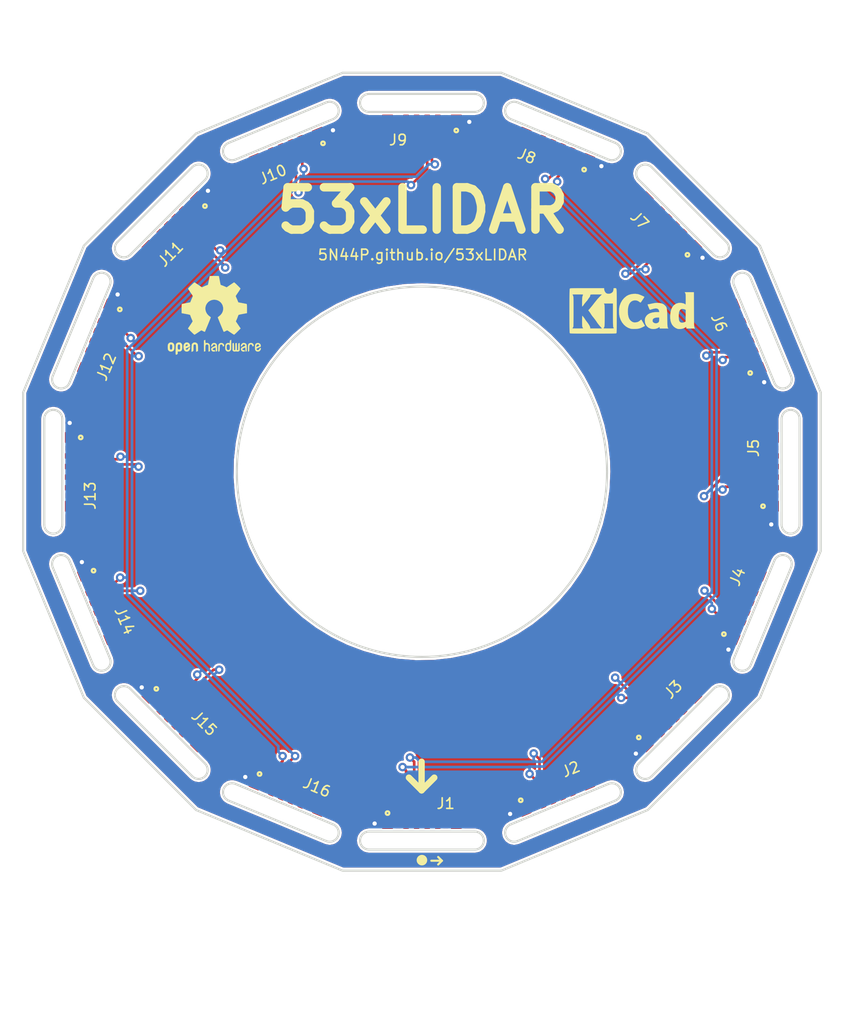
<source format=kicad_pcb>
(kicad_pcb (version 20171130) (host pcbnew "(5.0.0)")
  (layers (0 F.Cu signal) (31 B.Cu signal) (34 B.Paste user) (35 F.Paste user) (36 B.SilkS user) (37 F.SilkS user) (38 B.Mask user) (39 F.Mask user) (44 Edge.Cuts user))
  (net 0 "")
  (net 1 +3V3)
  (net 2 GND)
  (net 3 SDA1)
  (net 4 SCL1)
  (net 5 SCL2)
  (net 6 SDA2)
  (module custom-footprints:CONN (layer F.Cu) (at 158.13 108.3)
    (fp_text reference J1 (at 2.25 -1.75) (layer F.SilkS))
    (fp_text value CONN_01X06)
    (pad 1 smd rect (at -3.25 0.05) (size 1 1.2) (layers F.Cu F.Paste F.Mask) (net 1 +3V3))
    (pad 6 smd rect (at 3.25 0.05) (size 1 1.2) (layers F.Cu F.Paste F.Mask) (net 2 GND))
    (pad 2 smd rect (at -1.5 0.05) (size 0.5 1.2) (layers F.Cu F.Paste F.Mask) (net 3 SDA1))
    (pad 3 smd rect (at -0.5 0.05) (size 0.5 1.2) (layers F.Cu F.Paste F.Mask) (net 4 SCL1))
    (pad 4 smd rect (at 0.5 0.05) (size 0.5 1.2) (layers F.Cu F.Paste F.Mask))
    (pad 5 smd rect (at 1.5 0.05) (size 0.5 1.2) (layers F.Cu F.Paste F.Mask))
  )
  (module custom-footprints:CONN (layer F.Cu) (at 170.8 105.78 22.5)
    (fp_text reference J2 (at 2.25 -1.75 22.5) (layer F.SilkS))
    (fp_text value CONN_01X06)
    (pad 5 smd rect (at 1.499999 0.05 22.5) (size 0.5 1.2) (layers F.Cu F.Paste F.Mask))
    (pad 4 smd rect (at 0.5 0.05 22.5) (size 0.5 1.2) (layers F.Cu F.Paste F.Mask))
    (pad 3 smd rect (at -0.5 0.05 22.5) (size 0.5 1.2) (layers F.Cu F.Paste F.Mask) (net 4 SCL1))
    (pad 2 smd rect (at -1.5 0.05 22.5) (size 0.5 1.2) (layers F.Cu F.Paste F.Mask) (net 3 SDA1))
    (pad 6 smd rect (at 3.25 0.05 22.5) (size 1 1.2) (layers F.Cu F.Paste F.Mask) (net 2 GND))
    (pad 1 smd rect (at -3.25 0.05 22.5) (size 1 1.2) (layers F.Cu F.Paste F.Mask) (net 1 +3V3))
  )
  (module custom-footprints:CONN (layer F.Cu) (at 181.533984 98.605305 45)
    (fp_text reference J3 (at 2.25 -1.75 45) (layer F.SilkS))
    (fp_text value CONN_01X06)
    (pad 1 smd rect (at -3.25 0.05 45) (size 1 1.2) (layers F.Cu F.Paste F.Mask) (net 1 +3V3))
    (pad 6 smd rect (at 3.25 0.05 45) (size 1 1.2) (layers F.Cu F.Paste F.Mask) (net 2 GND))
    (pad 2 smd rect (at -1.5 0.05 45) (size 0.5 1.2) (layers F.Cu F.Paste F.Mask) (net 3 SDA1))
    (pad 3 smd rect (at -0.5 0.05 45) (size 0.5 1.2) (layers F.Cu F.Paste F.Mask) (net 4 SCL1))
    (pad 4 smd rect (at 0.5 0.05 45) (size 0.5 1.2) (layers F.Cu F.Paste F.Mask))
    (pad 5 smd rect (at 1.5 0.05 45) (size 0.5 1.2) (layers F.Cu F.Paste F.Mask))
  )
  (module custom-footprints:CONN (layer F.Cu) (at 188.71 87.86 67.5)
    (fp_text reference J4 (at 2.25 -1.75 67.5) (layer F.SilkS))
    (fp_text value CONN_01X06)
    (pad 1 smd rect (at -3.25 0.05 67.5) (size 1 1.2) (layers F.Cu F.Paste F.Mask) (net 1 +3V3))
    (pad 6 smd rect (at 3.25 0.05 67.5) (size 1 1.2) (layers F.Cu F.Paste F.Mask) (net 2 GND))
    (pad 2 smd rect (at -1.499999 0.05 67.5) (size 0.5 1.2) (layers F.Cu F.Paste F.Mask) (net 3 SDA1))
    (pad 3 smd rect (at -0.5 0.05 67.5) (size 0.5 1.2) (layers F.Cu F.Paste F.Mask) (net 4 SCL1))
    (pad 4 smd rect (at 0.5 0.05 67.5) (size 0.5 1.2) (layers F.Cu F.Paste F.Mask))
    (pad 5 smd rect (at 1.5 0.05 67.5) (size 0.5 1.2) (layers F.Cu F.Paste F.Mask))
  )
  (module custom-footprints:CONN (layer F.Cu) (at 191.23 75.2 90)
    (fp_text reference J5 (at 2.25 -1.75 90) (layer F.SilkS))
    (fp_text value CONN_01X06)
    (pad 5 smd rect (at 1.5 0.05 90) (size 0.5 1.2) (layers F.Cu F.Paste F.Mask))
    (pad 4 smd rect (at 0.5 0.05 90) (size 0.5 1.2) (layers F.Cu F.Paste F.Mask))
    (pad 3 smd rect (at -0.5 0.05 90) (size 0.5 1.2) (layers F.Cu F.Paste F.Mask) (net 4 SCL1))
    (pad 2 smd rect (at -1.5 0.05 90) (size 0.5 1.2) (layers F.Cu F.Paste F.Mask) (net 3 SDA1))
    (pad 6 smd rect (at 3.25 0.05 90) (size 1 1.2) (layers F.Cu F.Paste F.Mask) (net 2 GND))
    (pad 1 smd rect (at -3.25 0.05 90) (size 1 1.2) (layers F.Cu F.Paste F.Mask) (net 1 +3V3))
  )
  (module custom-footprints:CONN (layer F.Cu) (at 188.71 62.53 112.5)
    (fp_text reference J6 (at 2.25 -1.75 112.5) (layer F.SilkS))
    (fp_text value CONN_01X06)
    (pad 1 smd rect (at -3.25 0.05 112.5) (size 1 1.2) (layers F.Cu F.Paste F.Mask) (net 1 +3V3))
    (pad 6 smd rect (at 3.25 0.05 112.5) (size 1 1.2) (layers F.Cu F.Paste F.Mask) (net 2 GND))
    (pad 2 smd rect (at -1.5 0.05 112.5) (size 0.5 1.2) (layers F.Cu F.Paste F.Mask) (net 3 SDA1))
    (pad 3 smd rect (at -0.5 0.05 112.5) (size 0.5 1.2) (layers F.Cu F.Paste F.Mask) (net 4 SCL1))
    (pad 4 smd rect (at 0.5 0.05 112.5) (size 0.5 1.2) (layers F.Cu F.Paste F.Mask))
    (pad 5 smd rect (at 1.499999 0.05 112.5) (size 0.5 1.2) (layers F.Cu F.Paste F.Mask))
  )
  (module custom-footprints:CONN (layer F.Cu) (at 181.538198 51.788909 135)
    (fp_text reference J7 (at 2.25 -1.75 135) (layer F.SilkS))
    (fp_text value CONN_01X06)
    (pad 5 smd rect (at 1.5 0.05 135) (size 0.5 1.2) (layers F.Cu F.Paste F.Mask))
    (pad 4 smd rect (at 0.5 0.05 135) (size 0.5 1.2) (layers F.Cu F.Paste F.Mask))
    (pad 3 smd rect (at -0.5 0.05 135) (size 0.5 1.2) (layers F.Cu F.Paste F.Mask) (net 4 SCL1))
    (pad 2 smd rect (at -1.5 0.05 135) (size 0.5 1.2) (layers F.Cu F.Paste F.Mask) (net 3 SDA1))
    (pad 6 smd rect (at 3.25 0.05 135) (size 1 1.2) (layers F.Cu F.Paste F.Mask) (net 2 GND))
    (pad 1 smd rect (at -3.25 0.05 135) (size 1 1.2) (layers F.Cu F.Paste F.Mask) (net 1 +3V3))
  )
  (module custom-footprints:CONN (layer F.Cu) (at 170.79 44.61 157.5)
    (fp_text reference J8 (at 2.25 -1.75 157.5) (layer F.SilkS))
    (fp_text value CONN_01X06)
    (pad 1 smd rect (at -3.25 0.05 157.5) (size 1 1.2) (layers F.Cu F.Paste F.Mask) (net 1 +3V3))
    (pad 6 smd rect (at 3.25 0.05 157.5) (size 1 1.2) (layers F.Cu F.Paste F.Mask) (net 2 GND))
    (pad 2 smd rect (at -1.499999 0.05 157.5) (size 0.5 1.2) (layers F.Cu F.Paste F.Mask) (net 3 SDA1))
    (pad 3 smd rect (at -0.5 0.05 157.5) (size 0.5 1.2) (layers F.Cu F.Paste F.Mask) (net 4 SCL1))
    (pad 4 smd rect (at 0.5 0.05 157.5) (size 0.5 1.2) (layers F.Cu F.Paste F.Mask))
    (pad 5 smd rect (at 1.5 0.05 157.5) (size 0.5 1.2) (layers F.Cu F.Paste F.Mask))
  )
  (module custom-footprints:CONN (layer F.Cu) (at 158.13 42.09 180)
    (fp_text reference J9 (at 2.25 -1.75 180) (layer F.SilkS))
    (fp_text value CONN_01X06)
    (pad 5 smd rect (at 1.5 0.05 180) (size 0.5 1.2) (layers F.Cu F.Paste F.Mask))
    (pad 4 smd rect (at 0.5 0.05 180) (size 0.5 1.2) (layers F.Cu F.Paste F.Mask))
    (pad 3 smd rect (at -0.5 0.05 180) (size 0.5 1.2) (layers F.Cu F.Paste F.Mask) (net 5 SCL2))
    (pad 2 smd rect (at -1.5 0.05 180) (size 0.5 1.2) (layers F.Cu F.Paste F.Mask) (net 6 SDA2))
    (pad 6 smd rect (at 3.25 0.05 180) (size 1 1.2) (layers F.Cu F.Paste F.Mask) (net 2 GND))
    (pad 1 smd rect (at -3.25 0.05 180) (size 1 1.2) (layers F.Cu F.Paste F.Mask) (net 1 +3V3))
  )
  (module custom-footprints:CONN (layer F.Cu) (at 145.451074 44.614852 202.5)
    (fp_text reference J10 (at 2.25 -1.75 202.5) (layer F.SilkS))
    (fp_text value CONN_01X06)
    (pad 1 smd rect (at -3.25 0.05 202.5) (size 1 1.2) (layers F.Cu F.Paste F.Mask) (net 1 +3V3))
    (pad 6 smd rect (at 3.25 0.05 202.5) (size 1 1.2) (layers F.Cu F.Paste F.Mask) (net 2 GND))
    (pad 2 smd rect (at -1.5 0.05 202.5) (size 0.5 1.2) (layers F.Cu F.Paste F.Mask) (net 6 SDA2))
    (pad 3 smd rect (at -0.5 0.05 202.5) (size 0.5 1.2) (layers F.Cu F.Paste F.Mask) (net 5 SCL2))
    (pad 4 smd rect (at 0.5 0.05 202.5) (size 0.5 1.2) (layers F.Cu F.Paste F.Mask))
    (pad 5 smd rect (at 1.499999 0.05 202.5) (size 0.5 1.2) (layers F.Cu F.Paste F.Mask))
  )
  (module custom-footprints:CONN (layer F.Cu) (at 134.718909 51.781802 225)
    (fp_text reference J11 (at 2.25 -1.75 225) (layer F.SilkS))
    (fp_text value CONN_01X06)
    (pad 5 smd rect (at 1.5 0.05 225) (size 0.5 1.2) (layers F.Cu F.Paste F.Mask))
    (pad 4 smd rect (at 0.5 0.05 225) (size 0.5 1.2) (layers F.Cu F.Paste F.Mask))
    (pad 3 smd rect (at -0.5 0.05 225) (size 0.5 1.2) (layers F.Cu F.Paste F.Mask) (net 5 SCL2))
    (pad 2 smd rect (at -1.5 0.05 225) (size 0.5 1.2) (layers F.Cu F.Paste F.Mask) (net 6 SDA2))
    (pad 6 smd rect (at 3.25 0.05 225) (size 1 1.2) (layers F.Cu F.Paste F.Mask) (net 2 GND))
    (pad 1 smd rect (at -3.25 0.05 225) (size 1 1.2) (layers F.Cu F.Paste F.Mask) (net 1 +3V3))
  )
  (module custom-footprints:CONN (layer F.Cu) (at 127.537536 62.527194 247.5)
    (fp_text reference J12 (at 2.25 -1.75 247.5) (layer F.SilkS))
    (fp_text value CONN_01X06)
    (pad 1 smd rect (at -3.25 0.05 247.5) (size 1 1.2) (layers F.Cu F.Paste F.Mask) (net 1 +3V3))
    (pad 6 smd rect (at 3.25 0.05 247.5) (size 1 1.2) (layers F.Cu F.Paste F.Mask) (net 2 GND))
    (pad 2 smd rect (at -1.499999 0.05 247.5) (size 0.5 1.2) (layers F.Cu F.Paste F.Mask) (net 6 SDA2))
    (pad 3 smd rect (at -0.5 0.05 247.5) (size 0.5 1.2) (layers F.Cu F.Paste F.Mask) (net 5 SCL2))
    (pad 4 smd rect (at 0.5 0.05 247.5) (size 0.5 1.2) (layers F.Cu F.Paste F.Mask))
    (pad 5 smd rect (at 1.5 0.05 247.5) (size 0.5 1.2) (layers F.Cu F.Paste F.Mask))
  )
  (module custom-footprints:CONN (layer F.Cu) (at 125.02 75.2 270)
    (fp_text reference J13 (at 2.25 -1.75 270) (layer F.SilkS))
    (fp_text value CONN_01X06)
    (pad 5 smd rect (at 1.5 0.05 270) (size 0.5 1.2) (layers F.Cu F.Paste F.Mask))
    (pad 4 smd rect (at 0.5 0.05 270) (size 0.5 1.2) (layers F.Cu F.Paste F.Mask))
    (pad 3 smd rect (at -0.5 0.05 270) (size 0.5 1.2) (layers F.Cu F.Paste F.Mask) (net 5 SCL2))
    (pad 2 smd rect (at -1.5 0.05 270) (size 0.5 1.2) (layers F.Cu F.Paste F.Mask) (net 6 SDA2))
    (pad 6 smd rect (at 3.25 0.05 270) (size 1 1.2) (layers F.Cu F.Paste F.Mask) (net 2 GND))
    (pad 1 smd rect (at -3.25 0.05 270) (size 1 1.2) (layers F.Cu F.Paste F.Mask) (net 1 +3V3))
  )
  (module custom-footprints:CONN (layer F.Cu) (at 127.542473 87.868257 292.5)
    (fp_text reference J14 (at 2.25 -1.75 292.5) (layer F.SilkS))
    (fp_text value CONN_01X06)
    (pad 1 smd rect (at -3.25 0.05 292.5) (size 1 1.2) (layers F.Cu F.Paste F.Mask) (net 1 +3V3))
    (pad 6 smd rect (at 3.25 0.05 292.5) (size 1 1.2) (layers F.Cu F.Paste F.Mask) (net 2 GND))
    (pad 2 smd rect (at -1.5 0.05 292.5) (size 0.5 1.2) (layers F.Cu F.Paste F.Mask) (net 6 SDA2))
    (pad 3 smd rect (at -0.5 0.05 292.5) (size 0.5 1.2) (layers F.Cu F.Paste F.Mask) (net 5 SCL2))
    (pad 4 smd rect (at 0.5 0.05 292.5) (size 0.5 1.2) (layers F.Cu F.Paste F.Mask))
    (pad 5 smd rect (at 1.499999 0.05 292.5) (size 0.5 1.2) (layers F.Cu F.Paste F.Mask))
  )
  (module custom-footprints:CONN (layer F.Cu) (at 134.717258 98.606548 315)
    (fp_text reference J15 (at 2.25 -1.75 315) (layer F.SilkS))
    (fp_text value CONN_01X06)
    (pad 5 smd rect (at 1.5 0.05 315) (size 0.5 1.2) (layers F.Cu F.Paste F.Mask))
    (pad 4 smd rect (at 0.5 0.05 315) (size 0.5 1.2) (layers F.Cu F.Paste F.Mask))
    (pad 3 smd rect (at -0.5 0.05 315) (size 0.5 1.2) (layers F.Cu F.Paste F.Mask) (net 5 SCL2))
    (pad 2 smd rect (at -1.5 0.05 315) (size 0.5 1.2) (layers F.Cu F.Paste F.Mask) (net 6 SDA2))
    (pad 6 smd rect (at 3.25 0.05 315) (size 1 1.2) (layers F.Cu F.Paste F.Mask) (net 2 GND))
    (pad 1 smd rect (at -3.25 0.05 315) (size 1 1.2) (layers F.Cu F.Paste F.Mask) (net 1 +3V3))
  )
  (module custom-footprints:CONN (layer F.Cu) (at 145.457194 105.782464 337.5)
    (fp_text reference J16 (at 2.25 -1.75 337.5) (layer F.SilkS))
    (fp_text value CONN_01X06)
    (pad 5 smd rect (at 1.5 0.05 337.5) (size 0.5 1.2) (layers F.Cu F.Paste F.Mask))
    (pad 4 smd rect (at 0.5 0.05 337.5) (size 0.5 1.2) (layers F.Cu F.Paste F.Mask))
    (pad 3 smd rect (at -0.5 0.05 337.5) (size 0.5 1.2) (layers F.Cu F.Paste F.Mask) (net 5 SCL2))
    (pad 2 smd rect (at -1.499999 0.05 337.5) (size 0.5 1.2) (layers F.Cu F.Paste F.Mask) (net 6 SDA2))
    (pad 6 smd rect (at 3.25 0.05 337.5) (size 1 1.2) (layers F.Cu F.Paste F.Mask) (net 2 GND))
    (pad 1 smd rect (at -3.25 0.05 337.5) (size 1 1.2) (layers F.Cu F.Paste F.Mask) (net 1 +3V3))
  )
  (module Symbols:Symbol_KiCAD-Logo_CopperAndSilkScreenTop (layer F.Cu) (at 178 59.8)
    (fp_text reference REF** hide)
    (fp_text value "KiCAD Logo" hide)
  )
  (module Symbols:OSHW-Logo2_9.8x8mm_SilkScreen (layer F.Cu) (at 138.5 60.4)
    (fp_text reference REF*** hide)
    (fp_text value OSHW-Logo2_9.8x8mm_SilkScreen hide)
  )
  (gr_text 5N44P.github.io/53xLIDAR (at 158.2 54.7) (layer F.SilkS) (effects (font (size 1 1))))
  (gr_text 53xLIDAR (at 158.2 50.5) (layer F.SilkS) (effects (font (size 4 4) (thickness 0.8))))
  (gr_line (start 158.1 105.3) (end 159.3 104.1) (layer F.SilkS) (width 0.6))
  (gr_line (start 158.1 105.3) (end 156.9 104.1) (layer F.SilkS) (width 0.6))
  (gr_line (start 158.1 102.6) (end 158.1 105.3) (layer F.SilkS) (width 0.6))
  (gr_line (start 136.77396 43.226759) (end 126.167359 53.833361) (layer Edge.Cuts) (width 0.2))
  (gr_line (start 150.632153 37.486508) (end 136.77396 43.226759) (layer Edge.Cuts) (width 0.2))
  (gr_line (start 120.427107 82.691554) (end 126.167359 96.549747) (layer Edge.Cuts) (width 0.2))
  (gr_line (start 120.427107 67.691554) (end 120.427107 82.691554) (layer Edge.Cuts) (width 0.2))
  (gr_line (start 126.167359 53.833361) (end 120.427107 67.691554) (layer Edge.Cuts) (width 0.2))
  (gr_line (start 178.641818 47.610821) (end 185.712886 54.681889) (layer Edge.Cuts) (width 0.2))
  (gr_line (start 186.914967 53.479807) (end 179.8439 46.40874) (layer Edge.Cuts) (width 0.2))
  (gr_arc (start 166.851204 41.076273) (end 167.176485 40.290975) (angle -180) (layer Edge.Cuts) (width 0.2))
  (gr_arc (start 188.4206 57.233707) (end 189.205897 56.908426) (angle -180) (layer Edge.Cuts) (width 0.2))
  (gr_line (start 187.635302 57.558988) (end 191.462137 66.797784) (layer Edge.Cuts) (width 0.2))
  (gr_arc (start 186.313927 54.080848) (end 185.712886 54.681889) (angle -180) (layer Edge.Cuts) (width 0.2))
  (gr_arc (start 192.247434 66.472503) (end 191.462137 66.797784) (angle -180) (layer Edge.Cuts) (width 0.2))
  (gr_arc (start 179.242859 47.00978) (end 179.8439 46.40874) (angle -180) (layer Edge.Cuts) (width 0.2))
  (gr_line (start 193.032732 66.147222) (end 189.205897 56.908426) (layer Edge.Cuts) (width 0.2))
  (gr_line (start 165.632153 112.8966) (end 179.490346 107.156348) (layer Edge.Cuts) (width 0.2))
  (gr_line (start 165.632153 37.486508) (end 150.632153 37.486508) (layer Edge.Cuts) (width 0.2))
  (gr_line (start 195.837199 67.691554) (end 190.096948 53.833361) (layer Edge.Cuts) (width 0.2))
  (gr_line (start 153.132153 110.8966) (end 163.132153 110.8966) (layer Edge.Cuts) (width 0.2))
  (gr_arc (start 153.132153 110.0466) (end 153.132153 109.1966) (angle -180) (layer Edge.Cuts) (width 0.2))
  (gr_line (start 179.490346 107.156348) (end 190.096948 96.549747) (layer Edge.Cuts) (width 0.2))
  (gr_line (start 195.837199 82.691554) (end 195.837199 67.691554) (layer Edge.Cuts) (width 0.2))
  (gr_line (start 190.096948 96.549747) (end 195.837199 82.691554) (layer Edge.Cuts) (width 0.2))
  (gr_arc (start 163.132153 110.0466) (end 163.132153 110.8966) (angle -180) (layer Edge.Cuts) (width 0.2))
  (gr_line (start 179.490346 43.226759) (end 165.632153 37.486508) (layer Edge.Cuts) (width 0.2))
  (gr_line (start 190.096948 53.833361) (end 179.490346 43.226759) (layer Edge.Cuts) (width 0.2))
  (gr_line (start 136.77396 107.156348) (end 150.632153 112.8966) (layer Edge.Cuts) (width 0.2))
  (gr_line (start 126.167359 96.549747) (end 136.77396 107.156348) (layer Edge.Cuts) (width 0.2))
  (gr_line (start 150.632153 112.8966) (end 165.632153 112.8966) (layer Edge.Cuts) (width 0.2))
  (gr_line (start 124.127107 80.191554) (end 124.127107 70.191554) (layer Edge.Cuts) (width 0.2))
  (gr_arc (start 127.843707 93.1494) (end 127.058409 93.474681) (angle -180) (layer Edge.Cuts) (width 0.2))
  (gr_arc (start 124.016872 83.910605) (end 124.80217 83.585324) (angle -180) (layer Edge.Cuts) (width 0.2))
  (gr_line (start 123.231575 84.235886) (end 127.058409 93.474681) (layer Edge.Cuts) (width 0.2))
  (gr_line (start 128.629004 92.824119) (end 124.80217 83.585324) (layer Edge.Cuts) (width 0.2))
  (gr_line (start 124.80217 66.797784) (end 128.629004 57.558988) (layer Edge.Cuts) (width 0.2))
  (gr_arc (start 123.277107 80.191554) (end 122.427107 80.191554) (angle -180) (layer Edge.Cuts) (width 0.2))
  (gr_line (start 122.427107 70.191554) (end 122.427107 80.191554) (layer Edge.Cuts) (width 0.2))
  (gr_arc (start 123.277107 70.191554) (end 124.127107 70.191554) (angle -180) (layer Edge.Cuts) (width 0.2))
  (gr_line (start 139.849026 106.265298) (end 149.087821 110.092132) (layer Edge.Cuts) (width 0.2))
  (gr_line (start 149.738383 108.521537) (end 140.499588 104.694703) (layer Edge.Cuts) (width 0.2))
  (gr_line (start 129.349339 96.9033) (end 136.420407 103.974368) (layer Edge.Cuts) (width 0.2))
  (gr_line (start 137.622488 102.772286) (end 130.551421 95.701219) (layer Edge.Cuts) (width 0.2))
  (gr_arc (start 149.413102 109.306835) (end 149.087821 110.092132) (angle -180) (layer Edge.Cuts) (width 0.2))
  (gr_arc (start 140.174307 105.48) (end 140.499588 104.694703) (angle -180) (layer Edge.Cuts) (width 0.2))
  (gr_arc (start 137.021448 103.373327) (end 136.420407 103.974368) (angle -180) (layer Edge.Cuts) (width 0.2))
  (gr_arc (start 129.95038 96.302259) (end 130.551421 95.701219) (angle -180) (layer Edge.Cuts) (width 0.2))
  (gr_line (start 160.020635 111.951436) (end 159.667081 111.597883) (layer F.SilkS) (width 0.2))
  (gr_line (start 159.020635 111.951436) (end 160.020635 111.951436) (layer F.SilkS) (width 0.2))
  (gr_line (start 160.020635 111.951436) (end 159.667081 112.30499) (layer F.SilkS) (width 0.2))
  (gr_circle (center 158.132153 75.191554) (end 175.632153 75.191554) (layer Edge.Cuts) (width 0.2))
  (gr_circle (center 158.132153 111.8966) (end 158.382153 111.8966) (layer F.SilkS) (width 0.5))
  (gr_line (start 127.058409 56.908426) (end 123.231575 66.147222) (layer Edge.Cuts) (width 0.2))
  (gr_arc (start 129.95038 54.080848) (end 129.349339 53.479807) (angle -180) (layer Edge.Cuts) (width 0.2))
  (gr_arc (start 137.021448 47.00978) (end 137.622488 47.610821) (angle -180) (layer Edge.Cuts) (width 0.2))
  (gr_arc (start 124.016872 66.472503) (end 123.231575 66.147222) (angle -180) (layer Edge.Cuts) (width 0.2))
  (gr_line (start 136.420407 46.40874) (end 129.349339 53.479807) (layer Edge.Cuts) (width 0.2))
  (gr_line (start 130.551421 54.681889) (end 137.622488 47.610821) (layer Edge.Cuts) (width 0.2))
  (gr_arc (start 127.843707 57.233707) (end 128.629004 57.558988) (angle -180) (layer Edge.Cuts) (width 0.2))
  (gr_arc (start 149.413102 41.076273) (end 149.738383 41.86157) (angle -180) (layer Edge.Cuts) (width 0.2))
  (gr_line (start 140.499588 45.688405) (end 149.738383 41.86157) (layer Edge.Cuts) (width 0.2))
  (gr_line (start 163.132153 39.486508) (end 153.132153 39.486508) (layer Edge.Cuts) (width 0.2))
  (gr_arc (start 140.174307 44.903107) (end 139.849026 44.117809) (angle -180) (layer Edge.Cuts) (width 0.2))
  (gr_line (start 176.415281 44.117809) (end 167.176485 40.290975) (layer Edge.Cuts) (width 0.2))
  (gr_arc (start 153.132153 40.336508) (end 153.132153 39.486508) (angle -180) (layer Edge.Cuts) (width 0.2))
  (gr_line (start 166.525923 41.86157) (end 175.764719 45.688405) (layer Edge.Cuts) (width 0.2))
  (gr_line (start 153.132153 41.186508) (end 163.132153 41.186508) (layer Edge.Cuts) (width 0.2))
  (gr_arc (start 163.132153 40.336508) (end 163.132153 41.186508) (angle -180) (layer Edge.Cuts) (width 0.2))
  (gr_line (start 149.087821 40.290975) (end 139.849026 44.117809) (layer Edge.Cuts) (width 0.2))
  (gr_arc (start 176.09 44.903107) (end 175.764719 45.688405) (angle -180) (layer Edge.Cuts) (width 0.2))
  (gr_arc (start 192.247434 83.910605) (end 193.032732 84.235886) (angle -180) (layer Edge.Cuts) (width 0.2))
  (gr_line (start 189.205897 93.474681) (end 193.032732 84.235886) (layer Edge.Cuts) (width 0.2))
  (gr_arc (start 188.4206 93.1494) (end 187.635302 92.824119) (angle -180) (layer Edge.Cuts) (width 0.2))
  (gr_arc (start 192.987199 70.191554) (end 193.837199 70.191554) (angle -180) (layer Edge.Cuts) (width 0.2))
  (gr_line (start 193.837199 80.191554) (end 193.837199 70.191554) (layer Edge.Cuts) (width 0.2))
  (gr_line (start 192.137199 70.191554) (end 192.137199 80.191554) (layer Edge.Cuts) (width 0.2))
  (gr_arc (start 192.987199 80.191554) (end 192.137199 80.191554) (angle -180) (layer Edge.Cuts) (width 0.2))
  (gr_line (start 191.462137 83.585324) (end 187.635302 92.824119) (layer Edge.Cuts) (width 0.2))
  (gr_arc (start 186.313927 96.302259) (end 186.914967 96.9033) (angle -180) (layer Edge.Cuts) (width 0.2))
  (gr_arc (start 179.242859 103.373327) (end 178.641818 102.772286) (angle -180) (layer Edge.Cuts) (width 0.2))
  (gr_arc (start 166.851204 109.306835) (end 166.525923 108.521537) (angle -180) (layer Edge.Cuts) (width 0.2))
  (gr_line (start 185.712886 95.701219) (end 178.641818 102.772286) (layer Edge.Cuts) (width 0.2))
  (gr_line (start 179.8439 103.974368) (end 186.914967 96.9033) (layer Edge.Cuts) (width 0.2))
  (gr_line (start 167.176485 110.092132) (end 176.415281 106.265298) (layer Edge.Cuts) (width 0.2))
  (gr_arc (start 176.09 105.48) (end 176.415281 106.265298) (angle -180) (layer Edge.Cuts) (width 0.2))
  (gr_line (start 175.764719 104.694703) (end 166.525923 108.521537) (layer Edge.Cuts) (width 0.2))
  (gr_line (start 163.132153 109.1966) (end 153.132153 109.1966) (layer Edge.Cuts) (width 0.2))
  (via (at 141.43 104.04) (size 0.8) (drill 0.4) (layers F.Cu B.Cu) (net 1))
  (segment (start 142.435451 104.584937) (end 141.974937 104.584937) (width 0.25) (layer F.Cu) (net 1))
  (segment (start 141.974937 104.584937) (end 141.43 104.04) (width 0.25) (layer F.Cu) (net 1))
  (via (at 153.66 108.44) (size 0.8) (drill 0.4) (layers F.Cu B.Cu) (net 1))
  (segment (start 154.88 108.35) (end 153.75 108.35) (width 0.25) (layer F.Cu) (net 1))
  (segment (start 153.75 108.35) (end 153.66 108.44) (width 0.25) (layer F.Cu) (net 1))
  (via (at 131.64 95.57) (size 0.8) (drill 0.4) (layers F.Cu B.Cu) (net 1))
  (segment (start 132.383806 96.343806) (end 132.383806 96.313806) (width 0.25) (layer F.Cu) (net 1))
  (segment (start 132.383806 96.313806) (end 131.64 95.57) (width 0.25) (layer F.Cu) (net 1))
  (via (at 125.98 83.73) (size 0.8) (drill 0.4) (layers F.Cu B.Cu) (net 1))
  (segment (start 126.252558 84.884783) (end 126.252558 84.002558) (width 0.25) (layer F.Cu) (net 1))
  (segment (start 126.252558 84.002558) (end 125.98 83.73) (width 0.25) (layer F.Cu) (net 1))
  (via (at 124.827107 70.58) (size 0.8) (drill 0.4) (layers F.Cu B.Cu) (net 1))
  (segment (start 124.97 71.95) (end 124.97 70.722893) (width 0.25) (layer F.Cu) (net 1))
  (segment (start 124.97 70.722893) (end 124.827107 70.58) (width 0.25) (layer F.Cu) (net 1))
  (via (at 129.36 58.44) (size 0.8) (drill 0.4) (layers F.Cu B.Cu) (net 1))
  (segment (start 128.735063 59.505451) (end 128.735063 59.064937) (width 0.25) (layer F.Cu) (net 1))
  (segment (start 128.735063 59.064937) (end 129.36 58.44) (width 0.25) (layer F.Cu) (net 1))
  (via (at 137.9 48.64) (size 0.8) (drill 0.4) (layers F.Cu B.Cu) (net 1))
  (segment (start 136.981651 49.44835) (end 137.09165 49.44835) (width 0.25) (layer F.Cu) (net 1))
  (segment (start 137.09165 49.44835) (end 137.9 48.64) (width 0.25) (layer F.Cu) (net 1))
  (via (at 149.72 42.92) (size 0.8) (drill 0.4) (layers F.Cu B.Cu) (net 1))
  (segment (start 148.434548 43.324937) (end 149.315063 43.324937) (width 0.25) (layer F.Cu) (net 1))
  (segment (start 149.315063 43.324937) (end 149.72 42.92) (width 0.25) (layer F.Cu) (net 1))
  (via (at 162.61 42.13) (size 0.8) (drill 0.4) (layers F.Cu B.Cu) (net 1))
  (segment (start 161.38 42.04) (end 162.52 42.04) (width 0.25) (layer F.Cu) (net 1))
  (segment (start 162.52 42.04) (end 162.61 42.13) (width 0.25) (layer F.Cu) (net 1))
  (via (at 166.47 107.53) (size 0.8) (drill 0.4) (layers F.Cu B.Cu) (net 1))
  (segment (start 167.816526 107.069915) (end 166.930085 107.069915) (width 0.25) (layer F.Cu) (net 1))
  (segment (start 166.930085 107.069915) (end 166.47 107.53) (width 0.25) (layer F.Cu) (net 1))
  (via (at 178.36 101.83) (size 0.8) (drill 0.4) (layers F.Cu B.Cu) (net 1))
  (segment (start 179.271242 100.938757) (end 179.251243 100.938757) (width 0.25) (layer F.Cu) (net 1))
  (segment (start 179.251243 100.938757) (end 178.36 101.83) (width 0.25) (layer F.Cu) (net 1))
  (via (at 187.11 92) (size 0.8) (drill 0.4) (layers F.Cu B.Cu) (net 1))
  (segment (start 187.512473 90.881743) (end 187.512473 91.597527) (width 0.25) (layer F.Cu) (net 1))
  (segment (start 187.512473 91.597527) (end 187.11 92) (width 0.25) (layer F.Cu) (net 1))
  (via (at 191.16 80.17) (size 0.8) (drill 0.4) (layers F.Cu B.Cu) (net 1))
  (segment (start 191.28 78.45) (end 191.28 80.05) (width 0.25) (layer F.Cu) (net 1))
  (segment (start 191.28 80.05) (end 191.16 80.17) (width 0.25) (layer F.Cu) (net 1))
  (via (at 190.49 66.73) (size 0.8) (drill 0.4) (layers F.Cu B.Cu) (net 1))
  (segment (start 189.999915 65.513474) (end 189.999915 66.239915) (width 0.25) (layer F.Cu) (net 1))
  (segment (start 189.999915 66.239915) (end 190.49 66.73) (width 0.25) (layer F.Cu) (net 1))
  (via (at 184.66 54.97) (size 0.8) (drill 0.4) (layers F.Cu B.Cu) (net 1))
  (segment (start 183.87165 54.051651) (end 183.87165 54.18165) (width 0.25) (layer F.Cu) (net 1))
  (segment (start 183.87165 54.18165) (end 184.66 54.97) (width 0.25) (layer F.Cu) (net 1))
  (via (at 175.1 46.31) (size 0.8) (drill 0.4) (layers F.Cu B.Cu) (net 1))
  (segment (start 173.811743 45.807527) (end 174.597527 45.807527) (width 0.25) (layer F.Cu) (net 1))
  (segment (start 174.597527 45.807527) (end 175.1 46.31) (width 0.25) (layer F.Cu) (net 1))
  (via (at 168.31 103.75) (size 0.8) (drill 0.4) (layers F.Cu B.Cu) (net 3))
  (segment (start 168.27 103.144315) (end 168.27 103.05) (width 0.25) (layer B.Cu) (net 3))
  (segment (start 168.31 103.184315) (end 168.27 103.144315) (width 0.25) (layer B.Cu) (net 3))
  (segment (start 168.31 103.75) (end 168.31 103.184315) (width 0.25) (layer B.Cu) (net 3))
  (segment (start 168.27 103.05) (end 169.68 103.05) (width 0.25) (layer B.Cu) (net 3))
  (segment (start 168.78 104.22) (end 168.31 103.75) (width 0.25) (layer F.Cu) (net 3))
  (segment (start 168.78 105.16) (end 168.78 104.22) (width 0.25) (layer F.Cu) (net 3))
  (segment (start 169.433315 106.400219) (end 169.433315 105.813315) (width 0.25) (layer F.Cu) (net 3))
  (segment (start 169.433315 105.813315) (end 168.78 105.16) (width 0.25) (layer F.Cu) (net 3))
  (via (at 176.97 96.56) (size 0.8) (drill 0.4) (layers F.Cu B.Cu) (net 3))
  (segment (start 176.97 96.56) (end 176.57 96.16) (width 0.25) (layer B.Cu) (net 3))
  (segment (start 169.68 103.05) (end 176.57 96.16) (width 0.25) (layer B.Cu) (net 3))
  (segment (start 177.67 96.56) (end 176.97 96.56) (width 0.25) (layer F.Cu) (net 3))
  (segment (start 180.508679 99.701321) (end 180.508679 99.398679) (width 0.25) (layer F.Cu) (net 3))
  (segment (start 180.508679 99.398679) (end 177.67 96.56) (width 0.25) (layer F.Cu) (net 3))
  (segment (start 176.57 96.16) (end 185.32 87.41) (width 0.25) (layer B.Cu) (net 3))
  (segment (start 185.32 87.41) (end 185.99 86.74) (width 0.25) (layer B.Cu) (net 3))
  (via (at 185.54234 88.14766) (size 0.8) (drill 0.4) (layers F.Cu B.Cu) (net 3))
  (segment (start 185.32 87.41) (end 185.370365 87.41) (width 0.25) (layer B.Cu) (net 3))
  (segment (start 185.54234 87.581975) (end 185.54234 88.14766) (width 0.25) (layer B.Cu) (net 3))
  (segment (start 185.942339 88.547659) (end 185.54234 88.14766) (width 0.25) (layer F.Cu) (net 3))
  (segment (start 188.182169 89.264953) (end 186.659633 89.264953) (width 0.25) (layer F.Cu) (net 3))
  (segment (start 185.370365 87.41) (end 185.54234 87.581975) (width 0.25) (layer B.Cu) (net 3))
  (segment (start 186.659633 89.264953) (end 185.942339 88.547659) (width 0.25) (layer F.Cu) (net 3))
  (via (at 186.56 76.88) (size 0.8) (drill 0.4) (layers F.Cu B.Cu) (net 3))
  (segment (start 186.56 76.88) (end 185.99 76.88) (width 0.25) (layer B.Cu) (net 3))
  (segment (start 185.99 86.74) (end 185.99 76.88) (width 0.25) (layer B.Cu) (net 3))
  (segment (start 186.83 76.61) (end 186.56 76.88) (width 0.25) (layer F.Cu) (net 3))
  (segment (start 191.28 76.7) (end 191.19 76.61) (width 0.25) (layer F.Cu) (net 3))
  (segment (start 191.19 76.61) (end 186.83 76.61) (width 0.25) (layer F.Cu) (net 3))
  (via (at 186.57 64.63) (size 0.8) (drill 0.4) (layers F.Cu B.Cu) (net 3))
  (segment (start 186.004315 64.63) (end 185.99 64.63) (width 0.25) (layer B.Cu) (net 3))
  (segment (start 186.57 64.63) (end 186.004315 64.63) (width 0.25) (layer B.Cu) (net 3))
  (segment (start 185.99 76.88) (end 185.99 64.63) (width 0.25) (layer B.Cu) (net 3))
  (segment (start 185.99 64.63) (end 185.99 63.65) (width 0.25) (layer B.Cu) (net 3))
  (segment (start 186.84 64.36) (end 186.57 64.63) (width 0.25) (layer F.Cu) (net 3))
  (segment (start 189.330219 63.896685) (end 188.866904 64.36) (width 0.25) (layer F.Cu) (net 3))
  (segment (start 188.866904 64.36) (end 186.84 64.36) (width 0.25) (layer F.Cu) (net 3))
  (segment (start 185.99 63.65) (end 178.61 56.27) (width 0.25) (layer B.Cu) (net 3))
  (segment (start 178.61 56.27) (end 170.68 48.34) (width 0.25) (layer B.Cu) (net 3))
  (via (at 170.92 47.78) (size 0.8) (drill 0.4) (layers F.Cu B.Cu) (net 3))
  (segment (start 170.68 48.34) (end 170.68 48.02) (width 0.25) (layer B.Cu) (net 3))
  (segment (start 170.68 48.02) (end 170.92 47.78) (width 0.25) (layer B.Cu) (net 3))
  (segment (start 171.81 45.522784) (end 172.194953 45.137831) (width 0.25) (layer F.Cu) (net 3))
  (segment (start 171.81 46.5) (end 171.81 45.522784) (width 0.25) (layer F.Cu) (net 3))
  (segment (start 170.92 47.78) (end 170.92 47.39) (width 0.25) (layer F.Cu) (net 3))
  (segment (start 170.92 47.39) (end 171.81 46.5) (width 0.25) (layer F.Cu) (net 3))
  (segment (start 178.701975 56.05766) (end 179.26766 56.05766) (width 0.25) (layer B.Cu) (net 3))
  (segment (start 178.61 56.149635) (end 178.701975 56.05766) (width 0.25) (layer B.Cu) (net 3))
  (segment (start 178.61 56.27) (end 178.61 56.149635) (width 0.25) (layer B.Cu) (net 3))
  (via (at 179.26766 56.05766) (size 0.8) (drill 0.4) (layers F.Cu B.Cu) (net 3))
  (segment (start 179.26766 55.68234) (end 179.26766 56.05766) (width 0.25) (layer F.Cu) (net 3))
  (segment (start 182.634214 52.814214) (end 182.135786 52.814214) (width 0.25) (layer F.Cu) (net 3))
  (segment (start 182.135786 52.814214) (end 179.26766 55.68234) (width 0.25) (layer F.Cu) (net 3))
  (via (at 156.3 103.1) (size 0.8) (drill 0.4) (layers F.Cu B.Cu) (net 3))
  (segment (start 156.63 108.35) (end 156.63 103.43) (width 0.25) (layer F.Cu) (net 3))
  (segment (start 156.63 103.43) (end 156.3 103.1) (width 0.25) (layer F.Cu) (net 3))
  (segment (start 168.27 103.05) (end 168.22 103.1) (width 0.25) (layer B.Cu) (net 3))
  (segment (start 168.22 103.1) (end 156.865685 103.1) (width 0.25) (layer B.Cu) (net 3))
  (segment (start 156.865685 103.1) (end 156.3 103.1) (width 0.25) (layer B.Cu) (net 3))
  (via (at 168.7 101.81) (size 0.8) (drill 0.4) (layers F.Cu B.Cu) (net 4))
  (segment (start 168.7 102.54) (end 168.65 102.59) (width 0.25) (layer B.Cu) (net 4))
  (segment (start 168.7 101.81) (end 168.7 102.54) (width 0.25) (layer B.Cu) (net 4))
  (segment (start 168.65 102.59) (end 169.5 102.59) (width 0.25) (layer B.Cu) (net 4))
  (segment (start 169.25 102.36) (end 168.7 101.81) (width 0.25) (layer F.Cu) (net 4))
  (segment (start 170.357194 106.017536) (end 169.25 104.910342) (width 0.25) (layer F.Cu) (net 4))
  (segment (start 169.25 104.910342) (end 169.25 102.36) (width 0.25) (layer F.Cu) (net 4))
  (via (at 176.4 94.65) (size 0.8) (drill 0.4) (layers F.Cu B.Cu) (net 4))
  (segment (start 181.215786 98.994214) (end 180.744214 98.994214) (width 0.25) (layer F.Cu) (net 4))
  (segment (start 180.744214 98.994214) (end 176.4 94.65) (width 0.25) (layer F.Cu) (net 4))
  (segment (start 169.5 102.59) (end 176.96 95.13) (width 0.25) (layer B.Cu) (net 4))
  (segment (start 176.88 95.13) (end 176.96 95.13) (width 0.25) (layer B.Cu) (net 4))
  (segment (start 176.4 94.65) (end 176.88 95.13) (width 0.25) (layer B.Cu) (net 4))
  (via (at 184.85 86.43) (size 0.8) (drill 0.4) (layers F.Cu B.Cu) (net 4))
  (segment (start 188.564852 88.341074) (end 186.761074 88.341074) (width 0.25) (layer F.Cu) (net 4))
  (segment (start 186.761074 88.341074) (end 184.85 86.43) (width 0.25) (layer F.Cu) (net 4))
  (segment (start 185.249999 86.840001) (end 185.22 86.87) (width 0.25) (layer B.Cu) (net 4))
  (segment (start 185.249999 86.829999) (end 185.249999 86.840001) (width 0.25) (layer B.Cu) (net 4))
  (segment (start 184.85 86.43) (end 185.249999 86.829999) (width 0.25) (layer B.Cu) (net 4))
  (segment (start 176.96 95.13) (end 185.22 86.87) (width 0.25) (layer B.Cu) (net 4))
  (segment (start 185.22 86.87) (end 185.54 86.55) (width 0.25) (layer B.Cu) (net 4))
  (segment (start 185.54 86.55) (end 185.54 76.22) (width 0.25) (layer B.Cu) (net 4))
  (via (at 185.02 64.22) (size 0.8) (drill 0.4) (layers F.Cu B.Cu) (net 4))
  (segment (start 185.09 64.29) (end 185.54 64.29) (width 0.25) (layer B.Cu) (net 4))
  (segment (start 185.02 64.22) (end 185.09 64.29) (width 0.25) (layer B.Cu) (net 4))
  (segment (start 185.54 76.22) (end 185.54 64.29) (width 0.25) (layer B.Cu) (net 4))
  (segment (start 185.54 64.29) (end 185.54 63.84) (width 0.25) (layer B.Cu) (net 4))
  (segment (start 185.34 63.9) (end 185.02 64.22) (width 0.25) (layer F.Cu) (net 4))
  (segment (start 188.947536 62.972806) (end 188.020342 63.9) (width 0.25) (layer F.Cu) (net 4))
  (segment (start 188.020342 63.9) (end 185.34 63.9) (width 0.25) (layer F.Cu) (net 4))
  (via (at 177.37 56.48) (size 0.8) (drill 0.4) (layers F.Cu B.Cu) (net 4))
  (segment (start 177.780001 56.080001) (end 177.87 56.17) (width 0.25) (layer B.Cu) (net 4))
  (segment (start 177.769999 56.080001) (end 177.780001 56.080001) (width 0.25) (layer B.Cu) (net 4))
  (segment (start 177.37 56.48) (end 177.769999 56.080001) (width 0.25) (layer B.Cu) (net 4))
  (segment (start 185.54 63.84) (end 177.87 56.17) (width 0.25) (layer B.Cu) (net 4))
  (segment (start 177.87 56.17) (end 170.35 48.65) (width 0.25) (layer B.Cu) (net 4))
  (via (at 169.78 47.52) (size 0.8) (drill 0.4) (layers F.Cu B.Cu) (net 4))
  (segment (start 170.35 48.65) (end 169.78 48.08) (width 0.25) (layer B.Cu) (net 4))
  (segment (start 169.78 48.08) (end 169.78 47.52) (width 0.25) (layer B.Cu) (net 4))
  (segment (start 171.271074 46.328926) (end 171.271074 44.755148) (width 0.25) (layer F.Cu) (net 4))
  (segment (start 169.78 47.52) (end 170.08 47.52) (width 0.25) (layer F.Cu) (net 4))
  (segment (start 170.08 47.52) (end 171.271074 46.328926) (width 0.25) (layer F.Cu) (net 4))
  (segment (start 177.82 56.48) (end 177.37 56.48) (width 0.25) (layer F.Cu) (net 4))
  (segment (start 181.927107 52.107107) (end 181.927107 52.372893) (width 0.25) (layer F.Cu) (net 4))
  (segment (start 181.927107 52.372893) (end 177.82 56.48) (width 0.25) (layer F.Cu) (net 4))
  (via (at 157.000002 102.2) (size 0.8) (drill 0.4) (layers F.Cu B.Cu) (net 4))
  (segment (start 157.565687 102.2) (end 157.000002 102.2) (width 0.25) (layer B.Cu) (net 4))
  (segment (start 157.965687 102.6) (end 157.565687 102.2) (width 0.25) (layer B.Cu) (net 4))
  (segment (start 168.65 102.59) (end 168.64 102.6) (width 0.25) (layer B.Cu) (net 4))
  (segment (start 168.64 102.6) (end 157.965687 102.6) (width 0.25) (layer B.Cu) (net 4))
  (segment (start 157.400001 102.599999) (end 157.000002 102.2) (width 0.25) (layer F.Cu) (net 4))
  (segment (start 157.4 107.77) (end 157.400001 102.599999) (width 0.25) (layer F.Cu) (net 4))
  (segment (start 157.63 108.35) (end 157.63 108) (width 0.25) (layer F.Cu) (net 4))
  (segment (start 157.63 108) (end 157.4 107.77) (width 0.25) (layer F.Cu) (net 4))
  (via (at 184.8 77.5) (size 0.8) (drill 0.4) (layers F.Cu B.Cu) (net 4))
  (segment (start 186.6 75.7) (end 185.199999 77.100001) (width 0.25) (layer F.Cu) (net 4))
  (segment (start 185.199999 77.100001) (end 184.8 77.5) (width 0.25) (layer F.Cu) (net 4))
  (segment (start 191.28 75.7) (end 186.6 75.7) (width 0.25) (layer F.Cu) (net 4))
  (segment (start 185.199999 77.100001) (end 184.8 77.5) (width 0.25) (layer B.Cu) (net 4))
  (segment (start 185.54 76.76) (end 185.199999 77.100001) (width 0.25) (layer B.Cu) (net 4))
  (segment (start 185.54 76.22) (end 185.54 76.76) (width 0.25) (layer B.Cu) (net 4))
  (via (at 146.14 102.06) (size 0.8) (drill 0.4) (layers F.Cu B.Cu) (net 5))
  (segment (start 146.14 102.06) (end 145.740001 101.660001) (width 0.25) (layer B.Cu) (net 5))
  (via (at 138.96 93.9) (size 0.8) (drill 0.4) (layers F.Cu B.Cu) (net 5))
  (segment (start 138.48 94.38) (end 138.46 94.38) (width 0.25) (layer B.Cu) (net 5))
  (segment (start 138.96 93.9) (end 138.48 94.38) (width 0.25) (layer B.Cu) (net 5))
  (segment (start 145.740001 101.660001) (end 138.46 94.38) (width 0.25) (layer B.Cu) (net 5))
  (segment (start 138.46 94.38) (end 130.72 86.64) (width 0.25) (layer B.Cu) (net 5))
  (via (at 131.5 86.44) (size 0.8) (drill 0.4) (layers F.Cu B.Cu) (net 5))
  (segment (start 130.77 86.44) (end 130.72 86.39) (width 0.25) (layer B.Cu) (net 5))
  (segment (start 131.5 86.44) (end 130.77 86.44) (width 0.25) (layer B.Cu) (net 5))
  (segment (start 130.72 86.64) (end 130.72 86.39) (width 0.25) (layer B.Cu) (net 5))
  (via (at 131.34 74.71) (size 0.8) (drill 0.4) (layers F.Cu B.Cu) (net 5))
  (segment (start 130.72 74.655685) (end 130.72 74.63) (width 0.25) (layer B.Cu) (net 5))
  (segment (start 130.774315 74.71) (end 130.72 74.655685) (width 0.25) (layer B.Cu) (net 5))
  (segment (start 131.34 74.71) (end 130.774315 74.71) (width 0.25) (layer B.Cu) (net 5))
  (segment (start 130.72 86.39) (end 130.72 74.63) (width 0.25) (layer B.Cu) (net 5))
  (via (at 131.35 64.27) (size 0.8) (drill 0.4) (layers F.Cu B.Cu) (net 5))
  (segment (start 130.784315 64.27) (end 130.72 64.27) (width 0.25) (layer B.Cu) (net 5))
  (segment (start 131.35 64.27) (end 130.784315 64.27) (width 0.25) (layer B.Cu) (net 5))
  (segment (start 130.72 74.63) (end 130.72 64.27) (width 0.25) (layer B.Cu) (net 5))
  (segment (start 130.72 64.27) (end 130.72 63.83) (width 0.25) (layer B.Cu) (net 5))
  (segment (start 131.13 74.5) (end 131.34 74.71) (width 0.25) (layer F.Cu) (net 5))
  (segment (start 124.97 74.7) (end 125.17 74.5) (width 0.25) (layer F.Cu) (net 5))
  (segment (start 125.17 74.5) (end 131.13 74.5) (width 0.25) (layer F.Cu) (net 5))
  (segment (start 129.01 86.44) (end 131.5 86.44) (width 0.25) (layer F.Cu) (net 5))
  (segment (start 127.304937 87.425451) (end 128.024549 87.425451) (width 0.25) (layer F.Cu) (net 5))
  (segment (start 128.024549 87.425451) (end 129.01 86.44) (width 0.25) (layer F.Cu) (net 5))
  (segment (start 138.43 93.9) (end 138.96 93.9) (width 0.25) (layer F.Cu) (net 5))
  (segment (start 134.328349 98.28835) (end 134.328349 98.001651) (width 0.25) (layer F.Cu) (net 5))
  (segment (start 134.328349 98.001651) (end 138.43 93.9) (width 0.25) (layer F.Cu) (net 5))
  (segment (start 144.8 103.4) (end 146.14 102.06) (width 0.25) (layer F.Cu) (net 5))
  (segment (start 144.8 104.623519) (end 144.8 103.4) (width 0.25) (layer F.Cu) (net 5))
  (segment (start 144.837831 104.66135) (end 144.8 104.623519) (width 0.25) (layer F.Cu) (net 5))
  (segment (start 144.97612 105.637316) (end 144.837831 105.499027) (width 0.25) (layer F.Cu) (net 5))
  (segment (start 144.837831 105.499027) (end 144.837831 104.66135) (width 0.25) (layer F.Cu) (net 5))
  (segment (start 131.2 64.27) (end 131.35 64.27) (width 0.25) (layer F.Cu) (net 5))
  (segment (start 127.682684 62.04612) (end 128.97612 62.04612) (width 0.25) (layer F.Cu) (net 5))
  (segment (start 128.97612 62.04612) (end 131.2 64.27) (width 0.25) (layer F.Cu) (net 5))
  (via (at 139.53 55.9) (size 0.8) (drill 0.4) (layers F.Cu B.Cu) (net 5))
  (segment (start 139.070001 55.500001) (end 139.06 55.49) (width 0.25) (layer B.Cu) (net 5))
  (segment (start 139.130001 55.500001) (end 139.070001 55.500001) (width 0.25) (layer B.Cu) (net 5))
  (segment (start 139.53 55.9) (end 139.130001 55.500001) (width 0.25) (layer B.Cu) (net 5))
  (segment (start 130.72 63.83) (end 139.06 55.49) (width 0.25) (layer B.Cu) (net 5))
  (segment (start 139.53 55.78) (end 139.53 55.9) (width 0.25) (layer F.Cu) (net 5))
  (segment (start 135.037107 51.392893) (end 135.142893 51.392893) (width 0.25) (layer F.Cu) (net 5))
  (segment (start 135.142893 51.392893) (end 139.53 55.78) (width 0.25) (layer F.Cu) (net 5))
  (via (at 157.1 48.1) (size 0.8) (drill 0.4) (layers F.Cu B.Cu) (net 5))
  (segment (start 146.78 47.77) (end 156.77 47.77) (width 0.25) (layer B.Cu) (net 5))
  (segment (start 156.77 47.77) (end 157.1 48.1) (width 0.25) (layer B.Cu) (net 5))
  (segment (start 158.63 46.57) (end 158.63 42.04) (width 0.25) (layer F.Cu) (net 5))
  (segment (start 157.1 48.1) (end 158.63 46.57) (width 0.25) (layer F.Cu) (net 5))
  (via (at 146.46 48.79) (size 0.8) (drill 0.4) (layers F.Cu B.Cu) (net 5))
  (segment (start 146.15 48.48) (end 146.15 48.4) (width 0.25) (layer B.Cu) (net 5))
  (segment (start 146.46 48.79) (end 146.15 48.48) (width 0.25) (layer B.Cu) (net 5))
  (segment (start 139.06 55.49) (end 146.15 48.4) (width 0.25) (layer B.Cu) (net 5))
  (segment (start 146.15 48.4) (end 146.78 47.77) (width 0.25) (layer B.Cu) (net 5))
  (segment (start 146.22 44.703436) (end 146.22 48.55) (width 0.25) (layer F.Cu) (net 5))
  (segment (start 145.89388 44.377316) (end 146.22 44.703436) (width 0.25) (layer F.Cu) (net 5))
  (segment (start 146.22 48.55) (end 146.46 48.79) (width 0.25) (layer F.Cu) (net 5))
  (segment (start 144.96 102.06) (end 144.92 102.02) (width 0.25) (layer B.Cu) (net 6))
  (segment (start 144.92 102.02) (end 144.92 101.94) (width 0.25) (layer B.Cu) (net 6))
  (via (at 144.96 102.06) (size 0.8) (drill 0.4) (layers F.Cu B.Cu) (net 6))
  (segment (start 144.560001 101.660001) (end 144.560001 101.130001) (width 0.25) (layer B.Cu) (net 6))
  (segment (start 144.96 102.06) (end 144.560001 101.660001) (width 0.25) (layer B.Cu) (net 6))
  (via (at 136.89 94.36) (size 0.8) (drill 0.4) (layers F.Cu B.Cu) (net 6))
  (segment (start 137.289999 93.900001) (end 137.31 93.88) (width 0.25) (layer B.Cu) (net 6))
  (segment (start 137.289999 93.960001) (end 137.289999 93.900001) (width 0.25) (layer B.Cu) (net 6))
  (segment (start 136.89 94.36) (end 137.289999 93.960001) (width 0.25) (layer B.Cu) (net 6))
  (segment (start 144.560001 101.130001) (end 137.31 93.88) (width 0.25) (layer B.Cu) (net 6))
  (segment (start 137.31 93.88) (end 130.26 86.83) (width 0.25) (layer B.Cu) (net 6))
  (via (at 129.6 85.19) (size 0.8) (drill 0.4) (layers F.Cu B.Cu) (net 6))
  (segment (start 130.24 85.19) (end 130.26 85.17) (width 0.25) (layer B.Cu) (net 6))
  (segment (start 129.6 85.19) (end 130.24 85.19) (width 0.25) (layer B.Cu) (net 6))
  (segment (start 130.26 86.83) (end 130.26 85.17) (width 0.25) (layer B.Cu) (net 6))
  (via (at 129.63 73.77) (size 0.8) (drill 0.4) (layers F.Cu B.Cu) (net 6))
  (segment (start 130.21 73.77) (end 130.26 73.72) (width 0.25) (layer B.Cu) (net 6))
  (segment (start 129.63 73.77) (end 130.21 73.77) (width 0.25) (layer B.Cu) (net 6))
  (segment (start 130.26 85.17) (end 130.26 73.72) (width 0.25) (layer B.Cu) (net 6))
  (segment (start 130.26 73.72) (end 130.26 63.65) (width 0.25) (layer B.Cu) (net 6))
  (via (at 130.6 62.56) (size 0.8) (drill 0.4) (layers F.Cu B.Cu) (net 6))
  (segment (start 128.065367 61.122241) (end 129.162241 61.122241) (width 0.25) (layer F.Cu) (net 6))
  (segment (start 129.162241 61.122241) (end 130.6 62.56) (width 0.25) (layer F.Cu) (net 6))
  (segment (start 130.97 62.93) (end 130.98 62.93) (width 0.25) (layer B.Cu) (net 6))
  (segment (start 130.6 62.56) (end 130.97 62.93) (width 0.25) (layer B.Cu) (net 6))
  (segment (start 130.26 63.65) (end 130.98 62.93) (width 0.25) (layer B.Cu) (net 6))
  (segment (start 129.39 74.01) (end 129.63 73.77) (width 0.25) (layer F.Cu) (net 6))
  (segment (start 124.97 73.7) (end 125.28 74.01) (width 0.25) (layer F.Cu) (net 6))
  (segment (start 125.28 74.01) (end 129.39 74.01) (width 0.25) (layer F.Cu) (net 6))
  (segment (start 126.922254 86.501572) (end 128.288428 86.501572) (width 0.25) (layer F.Cu) (net 6))
  (segment (start 128.288428 86.501572) (end 129.6 85.19) (width 0.25) (layer F.Cu) (net 6))
  (segment (start 136.89 94.75) (end 136.89 94.36) (width 0.25) (layer F.Cu) (net 6))
  (segment (start 133.621242 97.581243) (end 134.058757 97.581243) (width 0.25) (layer F.Cu) (net 6))
  (segment (start 134.058757 97.581243) (end 136.89 94.75) (width 0.25) (layer F.Cu) (net 6))
  (segment (start 144.96 102.53) (end 144.96 102.06) (width 0.25) (layer F.Cu) (net 6))
  (segment (start 144.33 103.16) (end 144.96 102.53) (width 0.25) (layer F.Cu) (net 6))
  (segment (start 144.052241 105.254633) (end 144.33 104.976874) (width 0.25) (layer F.Cu) (net 6))
  (segment (start 144.33 104.976874) (end 144.33 103.16) (width 0.25) (layer F.Cu) (net 6))
  (via (at 139.06 54.27) (size 0.8) (drill 0.4) (layers F.Cu B.Cu) (net 6))
  (segment (start 139.12 54.27) (end 139.38 54.53) (width 0.25) (layer B.Cu) (net 6))
  (segment (start 139.06 54.27) (end 139.12 54.27) (width 0.25) (layer B.Cu) (net 6))
  (segment (start 130.98 62.93) (end 139.38 54.53) (width 0.25) (layer B.Cu) (net 6))
  (segment (start 138.75 54.27) (end 139.06 54.27) (width 0.25) (layer F.Cu) (net 6))
  (segment (start 135.744214 50.685786) (end 135.744214 51.264214) (width 0.25) (layer F.Cu) (net 6))
  (segment (start 135.744214 51.264214) (end 138.75 54.27) (width 0.25) (layer F.Cu) (net 6))
  (via (at 159.35501 46.14) (size 0.8) (drill 0.4) (layers F.Cu B.Cu) (net 6))
  (segment (start 158.789325 46.14) (end 159.35501 46.14) (width 0.25) (layer B.Cu) (net 6))
  (segment (start 157.619325 47.31) (end 158.789325 46.14) (width 0.25) (layer B.Cu) (net 6))
  (segment (start 139.38 54.53) (end 146.6 47.31) (width 0.25) (layer B.Cu) (net 6))
  (segment (start 146.6 47.31) (end 146.73 47.31) (width 0.25) (layer B.Cu) (net 6))
  (segment (start 146.73 47.31) (end 157.619325 47.31) (width 0.25) (layer B.Cu) (net 6))
  (segment (start 146.817759 43.994633) (end 146.817759 46.452749) (width 0.25) (layer F.Cu) (net 6))
  (segment (start 146.817759 46.452749) (end 146.94501 46.58) (width 0.25) (layer F.Cu) (net 6))
  (segment (start 146.94501 47.145685) (end 146.94501 46.58) (width 0.25) (layer B.Cu) (net 6))
  (segment (start 146.780695 47.31) (end 146.94501 47.145685) (width 0.25) (layer B.Cu) (net 6))
  (segment (start 146.73 47.31) (end 146.780695 47.31) (width 0.25) (layer B.Cu) (net 6))
  (via (at 146.94501 46.58) (size 0.8) (drill 0.4) (layers F.Cu B.Cu) (net 6))
  (segment (start 159.08001 45.865) (end 159.35501 46.14) (width 0.25) (layer F.Cu) (net 6))
  (segment (start 159.08001 42.965001) (end 159.08001 45.865) (width 0.25) (layer F.Cu) (net 6))
  (segment (start 159.140001 42.965001) (end 159.08001 42.965001) (width 0.25) (layer F.Cu) (net 6))
  (segment (start 159.205001 42.900001) (end 159.140001 42.965001) (width 0.25) (layer F.Cu) (net 6))
  (segment (start 159.63 42.04) (end 159.205001 42.464999) (width 0.25) (layer F.Cu) (net 6))
  (segment (start 159.205001 42.464999) (end 159.205001 42.900001) (width 0.25) (layer F.Cu) (net 6))
  (zone (net 2) (net_name GND) (layer F.Cu) (connect_pads (clearance 0.2)) (min_thickness 0.2) (fill yes (arc_segments 16) (thermal_gap 0.2) (thermal_bridge_width 0.3))
    (polygon (pts (xy 120.55 30.61) (xy 199.27 30.61) (xy 199.27 127.4) (xy 118.24 127.4) (xy 118.24 30.62)))
  )
  (zone (net 1) (net_name +3V3) (layer B.Cu) (connect_pads (clearance 0.2)) (min_thickness 0.2) (fill yes (arc_segments 16) (thermal_gap 0.2) (thermal_bridge_width 0.3))
    (polygon (pts (xy 120.55 30.61) (xy 199.27 30.61) (xy 199.27 127.4) (xy 118.24 127.4) (xy 118.24 30.62)))
  )
)
</source>
